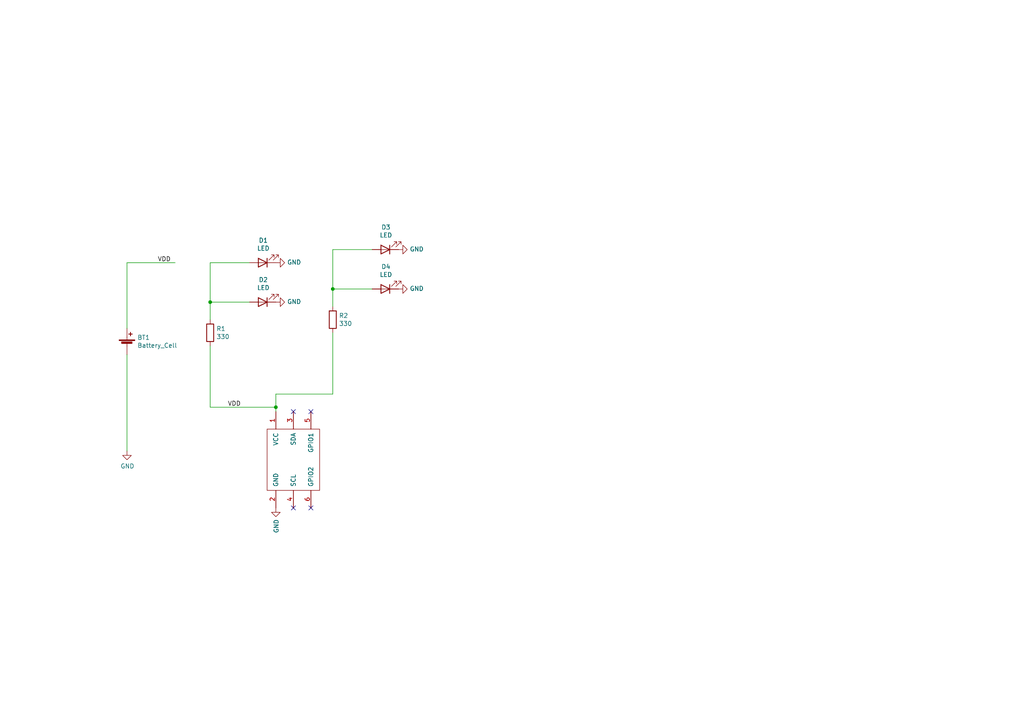
<source format=kicad_sch>
(kicad_sch (version 20231120) (generator "eeschema") (generator_version "8.0")
  (paper "A4")
  (lib_symbols
    (symbol "BadgePiratesSymbols:Badgelife_sao_connector_v169bis" (pin_names (offset 1.016))
      (symbol "Badgelife_sao_connector_v169bis_0_1"
        (rectangle (start -7.62 8.89) (end 7.62 -8.89))
      )
      (symbol "Badgelife_sao_connector_v169bis_1_1"
        (pin input line (at -5.08 13.97 270) (length 5.08) (name "VCC") (number "1"))
        (pin input line (at -5.08 -13.97 90) (length 5.08) (name "GND") (number "2"))
        (pin input line (at 0 13.97 270) (length 5.08) (name "SDA") (number "3"))
        (pin input line (at 0 -13.97 90) (length 5.08) (name "SCL") (number "4"))
        (pin input line (at 5.08 13.97 270) (length 5.08) (name "GPIO1") (number "5"))
        (pin input line (at 5.08 -13.97 90) (length 5.08) (name "GPIO2") (number "6"))
      )
    )
    (symbol "Device:Battery_Cell" (pin_numbers hide) (pin_names (offset 0) hide)
      (property "Reference" "BT" (at 2.54 2.54 0))
      (property "Value" "Battery_Cell" (at 2.54 0 0))
      (symbol "Battery_Cell_0_1"
        (rectangle (start -2.286 1.778) (end 2.286 1.524) (fill (type outline)))
        (rectangle (start -1.5748 1.1938) (end 1.4732 0.6858) (fill (type outline)))
        (polyline (pts (xy 0 0.762) (xy 0 0)))
        (polyline (pts (xy 0 1.778) (xy 0 2.54)))
        (polyline (pts (xy 0.508 3.429) (xy 1.524 3.429)) (stroke (width 0.254)))
        (polyline (pts (xy 1.016 3.937) (xy 1.016 2.921)) (stroke (width 0.254)))
      )
      (symbol "Battery_Cell_1_1"
        (pin passive line (at 0 5.08 270) (length 2.54) (name "+") (number "1"))
        (pin passive line (at 0 -2.54 90) (length 2.54) (name "-") (number "2"))
      )
    )
    (symbol "Device:LED" (pin_numbers hide) (pin_names (offset 1.016) hide)
      (property "Reference" "D" (at 0 2.54 0))
      (property "Value" "LED" (at 0 -2.54 0))
      (symbol "LED_0_1"
        (polyline (pts (xy -1.27 -1.27) (xy -1.27 1.27)) (stroke (width 0.254)))
        (polyline (pts (xy -1.27 0) (xy 1.27 0)))
        (polyline (pts (xy 1.27 -1.27) (xy 1.27 1.27) (xy -1.27 0) (xy 1.27 -1.27)) (stroke (width 0.254)))
        (polyline (pts (xy -3.048 -0.762) (xy -4.572 -2.286) (xy -3.81 -2.286) (xy -4.572 -2.286) (xy -4.572 -1.524)))
        (polyline (pts (xy -1.778 -0.762) (xy -3.302 -2.286) (xy -2.54 -2.286) (xy -3.302 -2.286) (xy -3.302 -1.524)))
      )
      (symbol "LED_1_1"
        (pin passive line (at -3.81 0 0) (length 2.54) (name "K") (number "1"))
        (pin passive line (at 3.81 0 180) (length 2.54) (name "A") (number "2"))
      )
    )
    (symbol "Device:R" (pin_numbers hide) (pin_names (offset 0))
      (property "Reference" "R" (at 2.032 0 90))
      (property "Value" "R" (at 0 0 90))
      (symbol "R_0_1"
        (rectangle (start -1.016 -2.54) (end 1.016 2.54) (stroke (width 0.254)))
      )
      (symbol "R_1_1"
        (pin passive line (at 0 3.81 270) (length 1.27) (name "~") (number "1"))
        (pin passive line (at 0 -3.81 90) (length 1.27) (name "~") (number "2"))
      )
    )
    (symbol "power:GND" (power) (pin_names (offset 0))
      (property "Value" "GND" (at 0 -3.81 0))
      (symbol "GND_0_1"
        (polyline (pts (xy 0 0) (xy 0 -1.27) (xy 1.27 -1.27) (xy 0 -2.54) (xy -1.27 -1.27) (xy 0 -1.27)))
      )
      (symbol "GND_1_1"
        (pin power_in line (at 0 0 270) (length 0) hide (name "GND") (number "1"))
      )
    )
  )
  (junction (at 60.96 87.63))
  (junction (at 80.01 118.11))
  (junction (at 96.52 83.82))
  (no_connect (at 85.09 147.32))
  (no_connect (at 90.17 147.32))
  (no_connect (at 85.09 119.38))
  (no_connect (at 90.17 119.38))
  (wire (pts (xy 72.39 87.63) (xy 60.96 87.63)))
  (wire (pts (xy 60.96 100.33) (xy 60.96 118.11)))
  (wire (pts (xy 80.01 118.11) (xy 80.01 114.3)))
  (wire (pts (xy 96.52 96.52) (xy 96.52 114.3)))
  (wire (pts (xy 80.01 114.3) (xy 96.52 114.3)))
  (wire (pts (xy 60.96 76.2) (xy 72.39 76.2)))
  (wire (pts (xy 107.95 83.82) (xy 96.52 83.82)))
  (wire (pts (xy 60.96 87.63) (xy 60.96 76.2)))
  (wire (pts (xy 36.83 76.2) (xy 50.8 76.2)))
  (wire (pts (xy 60.96 118.11) (xy 80.01 118.11)))
  (wire (pts (xy 36.83 95.25) (xy 36.83 76.2)))
  (wire (pts (xy 80.01 119.38) (xy 80.01 118.11)))
  (wire (pts (xy 60.96 92.71) (xy 60.96 87.63)))
  (wire (pts (xy 96.52 83.82) (xy 96.52 72.39)))
  (wire (pts (xy 36.83 102.87) (xy 36.83 130.81)))
  (wire (pts (xy 96.52 72.39) (xy 107.95 72.39)))
  (wire (pts (xy 96.52 88.9) (xy 96.52 83.82)))
  (label "VDD" (at 45.72 76.2 0))
  (label "VDD" (at 66.04 118.11 0))
  (symbol (lib_id "Device:LED") (at 76.2 76.2 180) (unit 1)
    (property "Reference" "D1" (at 76.3778 69.723 0))
    (property "Value" "LED" (at 76.3778 72.0344 0))
    (property "Footprint" "BadgePiratesFootprint:QBLP615" (effects (hide yes)))
  )
  (symbol (lib_id "Device:R") (at 60.96 96.52 0) (unit 1)
    (property "Reference" "R1" (at 62.738 95.3516 0) (effects (justify left)))
    (property "Value" "330" (at 62.738 97.663 0) (effects (justify left)))
    (property "Footprint" "Resistor_SMD:R_0805_2012Metric_Pad1.20x1.40mm_HandSolder" (effects (hide yes)))
  )
  (symbol (lib_id "Device:Battery_Cell") (at 36.83 100.33 0) (unit 1)
    (property "Reference" "BT1" (at 39.8272 97.8916 0) (effects (justify left)))
    (property "Value" "Battery_Cell" (at 39.8272 100.203 0) (effects (justify left)))
    (property "Footprint" "Battery:BatteryHolder_MPD_BC2003_1x2032" (effects (hide yes)))
  )
  (symbol (lib_id "power:GND") (at 80.01 147.32 0) (unit 1)
    (property "Reference" "#PWR0101" (effects (hide yes)))
    (property "Value" "GND" (at 80.137 150.5712 90) (effects (justify right)))
  )
  (symbol (lib_id "power:GND") (at 80.01 76.2 90) (unit 1)
    (property "Reference" "#PWR0102" (effects (hide yes)))
    (property "Value" "GND" (at 83.2612 76.073 90) (effects (justify right)))
  )
  (symbol (lib_id "power:GND") (at 80.01 87.63 90) (unit 1)
    (property "Reference" "#PWR0103" (effects (hide yes)))
    (property "Value" "GND" (at 83.2612 87.503 90) (effects (justify right)))
  )
  (symbol (lib_id "power:GND") (at 36.83 130.81 0) (unit 1)
    (property "Reference" "#PWR0104" (effects (hide yes)))
    (property "Value" "GND" (at 36.957 135.2042 0))
  )
  (symbol (lib_id "power:GND") (at 115.57 72.39 90) (unit 1)
    (property "Reference" "#PWR01" (effects (hide yes)))
    (property "Value" "GND" (at 118.8212 72.263 90) (effects (justify right)))
  )
  (symbol (lib_id "power:GND") (at 115.57 83.82 90) (unit 1)
    (property "Reference" "#PWR02" (effects (hide yes)))
    (property "Value" "GND" (at 118.8212 83.693 90) (effects (justify right)))
  )
  (symbol (lib_id "Device:R") (at 96.52 92.71 0) (unit 1)
    (property "Reference" "R2" (at 98.298 91.5416 0) (effects (justify left)))
    (property "Value" "330" (at 98.298 93.853 0) (effects (justify left)))
    (property "Footprint" "Resistor_SMD:R_0805_2012Metric_Pad1.20x1.40mm_HandSolder" (effects (hide yes)))
  )
  (symbol (lib_id "Device:LED") (at 76.2 87.63 180) (unit 1)
    (property "Reference" "D2" (at 76.3778 81.153 0))
    (property "Value" "LED" (at 76.3778 83.4644 0))
    (property "Footprint" "BadgePiratesFootprint:QBLP615" (effects (hide yes)))
  )
  (symbol (lib_id "Device:LED") (at 111.76 83.82 180) (unit 1)
    (property "Reference" "D4" (at 111.9378 77.343 0))
    (property "Value" "LED" (at 111.9378 79.6544 0))
    (property "Footprint" "BadgePiratesFootprint:QBLP615" (effects (hide yes)))
  )
  (symbol (lib_id "Device:LED") (at 111.76 72.39 180) (unit 1)
    (property "Reference" "D3" (at 111.9378 65.913 0))
    (property "Value" "LED" (at 111.9378 68.2244 0))
    (property "Footprint" "BadgePiratesFootprint:QBLP615" (effects (hide yes)))
  )
  (symbol (lib_id "BadgePiratesSymbols:Badgelife_sao_connector_v169bis") (at 85.09 133.35 0) (unit 1)
    (property "Reference" "X1" (effects (hide yes)))
    (property "Value" "Badgelife_sao_connector_v169bis" (effects (hide yes)))
    (property "Footprint" "BadgePirateFootprints:Badgelife-SAOv169-SAO_Side_B.SLK" (effects (hide yes)))
    (property "Datasheet" "https://tools.molex.com/pdm_docs/sd/878340619_sd.pdf" (effects (hide yes)))
    (property "MFG" "Molex" (effects (hide yes)))
    (property "MPN" "0878340619" (effects (hide yes)))
    (property "Vendor 1" "LCSC" (effects (hide yes)))
    (property "Vendor PN 1" "C9136" (effects (hide yes)))
    (property "Vendor 2" "LCSC" (effects (hide yes)))
    (property "Vendor PN 2" "C692422" (effects (hide yes)))
  )
)
</source>
